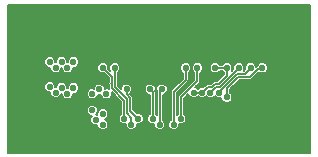
<source format=gbl>
G04 #@! TF.FileFunction,Copper,L4,Bot,Signal*
%FSLAX46Y46*%
G04 Gerber Fmt 4.6, Leading zero omitted, Abs format (unit mm)*
G04 Created by KiCad (PCBNEW 0.201502211246+5439~21~ubuntu14.04.1-product) date lör 21 feb 2015 23:28:31*
%MOMM*%
G01*
G04 APERTURE LIST*
%ADD10C,0.100000*%
%ADD11C,0.558800*%
%ADD12C,0.127000*%
G04 APERTURE END LIST*
D10*
D11*
X134000000Y-46100000D03*
X133700000Y-51400000D03*
X133100000Y-50900000D03*
X143300000Y-51000000D03*
X137900000Y-51000000D03*
X136100000Y-51400000D03*
X140300000Y-51000000D03*
X139700000Y-51400000D03*
X133400000Y-53400000D03*
X131500000Y-53300000D03*
X127500000Y-46600000D03*
X130500000Y-46600000D03*
X131000000Y-46100000D03*
X131500000Y-46600000D03*
X147000000Y-46600000D03*
X146500000Y-46100000D03*
X142500000Y-46100000D03*
X141500000Y-46100000D03*
X140000000Y-46100000D03*
X138500000Y-46600000D03*
X137000000Y-46600000D03*
X135500000Y-46600000D03*
X132200000Y-48400000D03*
X132800000Y-48800000D03*
X131600000Y-48800000D03*
X131900000Y-51000000D03*
X128000000Y-46100000D03*
X128500000Y-46600000D03*
X129000000Y-46100000D03*
X129500000Y-46600000D03*
X130000000Y-46100000D03*
X130000000Y-48300000D03*
X129500000Y-48800000D03*
X129000000Y-48300000D03*
X128500000Y-48700000D03*
X128000000Y-48200000D03*
X132500000Y-50500000D03*
X131600000Y-50200000D03*
X132500000Y-51400000D03*
X133500000Y-46600000D03*
X134900000Y-51400000D03*
X134500000Y-48400000D03*
X135500000Y-50900000D03*
X136500000Y-48400000D03*
X136700000Y-50900000D03*
X137500000Y-48400000D03*
X137300000Y-51400000D03*
X138500000Y-51400000D03*
X139500000Y-46600000D03*
X140500000Y-46600000D03*
X139100000Y-50900000D03*
X140200000Y-48700000D03*
X140900000Y-48700000D03*
X143000000Y-46600000D03*
X142000000Y-46600000D03*
X141600000Y-48700000D03*
X144000000Y-46600000D03*
X145000000Y-46600000D03*
X142300000Y-48700000D03*
X143000000Y-49100000D03*
X146000000Y-46600000D03*
X132500000Y-46600000D03*
X134300000Y-50900000D03*
D12*
X131600000Y-53400000D02*
X133400000Y-53400000D01*
X131500000Y-53300000D02*
X131600000Y-53400000D01*
X137000000Y-46600000D02*
X137000000Y-46500000D01*
X133500000Y-46600000D02*
X133500000Y-48200000D01*
X134900000Y-51400000D02*
X134900000Y-50800000D01*
X134900000Y-50800000D02*
X134554002Y-50454002D01*
X134554002Y-49254002D02*
X134300000Y-49000000D01*
X134554002Y-50454002D02*
X134554002Y-49254002D01*
X133500000Y-48200000D02*
X134300000Y-49000000D01*
X134900000Y-51400000D02*
X134900000Y-50800000D01*
X134500000Y-48800000D02*
X134500000Y-48840786D01*
X134500000Y-48400000D02*
X134500000Y-48800000D01*
X134808004Y-50208004D02*
X135500000Y-50900000D01*
X134808004Y-49148790D02*
X134808004Y-50208004D01*
X134500000Y-48840786D02*
X134808004Y-49148790D01*
X136700000Y-48600000D02*
X136500000Y-48400000D01*
X136700000Y-50900000D02*
X136700000Y-48600000D01*
X137300000Y-51400000D02*
X137300000Y-48600000D01*
X137300000Y-48600000D02*
X137500000Y-48400000D01*
X138500000Y-51400000D02*
X138500000Y-48600000D01*
X138500000Y-48600000D02*
X139500000Y-47600000D01*
X139500000Y-47600000D02*
X139500000Y-46600000D01*
X140500000Y-47700000D02*
X140500000Y-46600000D01*
X140500000Y-47700000D02*
X140500000Y-46600000D01*
X139100000Y-49100000D02*
X140500000Y-47700000D01*
X139100000Y-50900000D02*
X139100000Y-49100000D01*
X141400000Y-48200000D02*
X140900000Y-48700000D01*
X143000000Y-46600000D02*
X143000000Y-47240786D01*
X143000000Y-47240786D02*
X142294788Y-47945998D01*
X142294788Y-47945998D02*
X141994788Y-47945998D01*
X141994788Y-47945998D02*
X141740786Y-48200000D01*
X141740786Y-48200000D02*
X141400000Y-48200000D01*
X140200000Y-48700000D02*
X140900000Y-48700000D01*
X142000000Y-46600000D02*
X143000000Y-46600000D01*
X141600000Y-48700000D02*
X142100000Y-48200000D01*
X142100000Y-48200000D02*
X142400000Y-48200000D01*
X142400000Y-48200000D02*
X144000000Y-46600000D01*
X142300000Y-48700000D02*
X142300000Y-48659214D01*
X142300000Y-48659214D02*
X143859214Y-47100000D01*
X143859214Y-47100000D02*
X144500000Y-47100000D01*
X144500000Y-47100000D02*
X145000000Y-46600000D01*
X143000000Y-49100000D02*
X143000000Y-48318428D01*
X143000000Y-48318428D02*
X143964426Y-47354002D01*
X143964426Y-47354002D02*
X144945998Y-47354002D01*
X144945998Y-47354002D02*
X145700000Y-46600000D01*
X145700000Y-46600000D02*
X146000000Y-46600000D01*
X133200000Y-47900000D02*
X133245998Y-47900000D01*
X133245998Y-47854002D02*
X133200000Y-47900000D01*
X133245998Y-47345998D02*
X133245998Y-47854002D01*
X132500000Y-46600000D02*
X133245998Y-47345998D01*
X133245998Y-47900000D02*
X133245998Y-48305212D01*
X134300000Y-49359214D02*
X134300000Y-50900000D01*
X133245998Y-48305212D02*
X134300000Y-49359214D01*
G36*
X150009500Y-53759500D02*
X146469982Y-53759500D01*
X146469982Y-46506941D01*
X146398594Y-46334171D01*
X146266525Y-46201870D01*
X146093879Y-46130182D01*
X145906941Y-46130018D01*
X145734171Y-46201406D01*
X145601870Y-46333475D01*
X145583204Y-46378426D01*
X145520395Y-46420395D01*
X145459417Y-46481372D01*
X145398594Y-46334171D01*
X145266525Y-46201870D01*
X145093879Y-46130182D01*
X144906941Y-46130018D01*
X144734171Y-46201406D01*
X144601870Y-46333475D01*
X144530182Y-46506121D01*
X144530018Y-46693059D01*
X144535197Y-46705592D01*
X144415075Y-46825714D01*
X144469818Y-46693879D01*
X144469982Y-46506941D01*
X144398594Y-46334171D01*
X144266525Y-46201870D01*
X144093879Y-46130182D01*
X143906941Y-46130018D01*
X143734171Y-46201406D01*
X143601870Y-46333475D01*
X143530182Y-46506121D01*
X143530018Y-46693059D01*
X143535197Y-46705592D01*
X143415075Y-46825714D01*
X143469818Y-46693879D01*
X143469982Y-46506941D01*
X143398594Y-46334171D01*
X143266525Y-46201870D01*
X143093879Y-46130182D01*
X142906941Y-46130018D01*
X142734171Y-46201406D01*
X142601870Y-46333475D01*
X142596669Y-46346000D01*
X142403481Y-46346000D01*
X142398594Y-46334171D01*
X142266525Y-46201870D01*
X142093879Y-46130182D01*
X141906941Y-46130018D01*
X141734171Y-46201406D01*
X141601870Y-46333475D01*
X141530182Y-46506121D01*
X141530018Y-46693059D01*
X141601406Y-46865829D01*
X141733475Y-46998130D01*
X141906121Y-47069818D01*
X142093059Y-47069982D01*
X142265829Y-46998594D01*
X142398130Y-46866525D01*
X142403330Y-46854000D01*
X142596518Y-46854000D01*
X142601406Y-46865829D01*
X142733475Y-46998130D01*
X142746000Y-47003330D01*
X142746000Y-47135576D01*
X142189578Y-47691998D01*
X141994788Y-47691998D01*
X141897586Y-47711333D01*
X141815183Y-47766393D01*
X141635576Y-47946000D01*
X141400000Y-47946000D01*
X141302799Y-47965334D01*
X141220395Y-48020395D01*
X141005699Y-48235090D01*
X140993879Y-48230182D01*
X140806941Y-48230018D01*
X140634171Y-48301406D01*
X140549968Y-48385460D01*
X140466525Y-48301870D01*
X140318715Y-48240494D01*
X140679605Y-47879605D01*
X140734665Y-47797202D01*
X140734665Y-47797201D01*
X140754000Y-47700000D01*
X140754000Y-47003481D01*
X140765829Y-46998594D01*
X140898130Y-46866525D01*
X140969818Y-46693879D01*
X140969982Y-46506941D01*
X140898594Y-46334171D01*
X140766525Y-46201870D01*
X140593879Y-46130182D01*
X140406941Y-46130018D01*
X140234171Y-46201406D01*
X140101870Y-46333475D01*
X140030182Y-46506121D01*
X140030018Y-46693059D01*
X140101406Y-46865829D01*
X140233475Y-46998130D01*
X140246000Y-47003330D01*
X140246000Y-47594790D01*
X138920395Y-48920395D01*
X138865335Y-49002798D01*
X138846000Y-49100000D01*
X138846000Y-50496518D01*
X138834171Y-50501406D01*
X138754000Y-50581436D01*
X138754000Y-48705210D01*
X139679605Y-47779605D01*
X139734665Y-47697202D01*
X139734666Y-47697201D01*
X139754000Y-47600000D01*
X139754000Y-47003481D01*
X139765829Y-46998594D01*
X139898130Y-46866525D01*
X139969818Y-46693879D01*
X139969982Y-46506941D01*
X139898594Y-46334171D01*
X139766525Y-46201870D01*
X139593879Y-46130182D01*
X139406941Y-46130018D01*
X139234171Y-46201406D01*
X139101870Y-46333475D01*
X139030182Y-46506121D01*
X139030018Y-46693059D01*
X139101406Y-46865829D01*
X139233475Y-46998130D01*
X139246000Y-47003330D01*
X139246000Y-47494790D01*
X138320395Y-48420395D01*
X138265335Y-48502798D01*
X138246000Y-48600000D01*
X138246000Y-50996518D01*
X138234171Y-51001406D01*
X138101870Y-51133475D01*
X138030182Y-51306121D01*
X138030018Y-51493059D01*
X138101406Y-51665829D01*
X138233475Y-51798130D01*
X138406121Y-51869818D01*
X138593059Y-51869982D01*
X138765829Y-51798594D01*
X138898130Y-51666525D01*
X138969818Y-51493879D01*
X138969940Y-51354794D01*
X139006121Y-51369818D01*
X139193059Y-51369982D01*
X139365829Y-51298594D01*
X139498130Y-51166525D01*
X139569818Y-50993879D01*
X139569982Y-50806941D01*
X139498594Y-50634171D01*
X139366525Y-50501870D01*
X139354000Y-50496669D01*
X139354000Y-49205210D01*
X139740582Y-48818627D01*
X139801406Y-48965829D01*
X139933475Y-49098130D01*
X140106121Y-49169818D01*
X140293059Y-49169982D01*
X140465829Y-49098594D01*
X140550031Y-49014539D01*
X140633475Y-49098130D01*
X140806121Y-49169818D01*
X140993059Y-49169982D01*
X141165829Y-49098594D01*
X141250031Y-49014539D01*
X141333475Y-49098130D01*
X141506121Y-49169818D01*
X141693059Y-49169982D01*
X141865829Y-49098594D01*
X141950031Y-49014539D01*
X142033475Y-49098130D01*
X142206121Y-49169818D01*
X142393059Y-49169982D01*
X142530087Y-49113362D01*
X142530018Y-49193059D01*
X142601406Y-49365829D01*
X142733475Y-49498130D01*
X142906121Y-49569818D01*
X143093059Y-49569982D01*
X143265829Y-49498594D01*
X143398130Y-49366525D01*
X143469818Y-49193879D01*
X143469982Y-49006941D01*
X143398594Y-48834171D01*
X143266525Y-48701870D01*
X143254000Y-48696669D01*
X143254000Y-48423638D01*
X144069636Y-47608002D01*
X144945998Y-47608002D01*
X145043199Y-47588667D01*
X145043200Y-47588667D01*
X145125603Y-47533607D01*
X145697309Y-46961900D01*
X145733475Y-46998130D01*
X145906121Y-47069818D01*
X146093059Y-47069982D01*
X146265829Y-46998594D01*
X146398130Y-46866525D01*
X146469818Y-46693879D01*
X146469982Y-46506941D01*
X146469982Y-53759500D01*
X137969982Y-53759500D01*
X137969982Y-48306941D01*
X137898594Y-48134171D01*
X137766525Y-48001870D01*
X137593879Y-47930182D01*
X137406941Y-47930018D01*
X137234171Y-48001406D01*
X137101870Y-48133475D01*
X137030182Y-48306121D01*
X137030018Y-48493059D01*
X137055165Y-48553920D01*
X137046000Y-48600000D01*
X137046000Y-50581484D01*
X136966525Y-50501870D01*
X136954000Y-50496669D01*
X136954000Y-48600000D01*
X136944851Y-48554006D01*
X136944851Y-48554005D01*
X136969818Y-48493879D01*
X136969982Y-48306941D01*
X136898594Y-48134171D01*
X136766525Y-48001870D01*
X136593879Y-47930182D01*
X136406941Y-47930018D01*
X136234171Y-48001406D01*
X136101870Y-48133475D01*
X136030182Y-48306121D01*
X136030018Y-48493059D01*
X136101406Y-48665829D01*
X136233475Y-48798130D01*
X136406121Y-48869818D01*
X136446000Y-48869852D01*
X136446000Y-50496518D01*
X136434171Y-50501406D01*
X136301870Y-50633475D01*
X136230182Y-50806121D01*
X136230018Y-50993059D01*
X136301406Y-51165829D01*
X136433475Y-51298130D01*
X136606121Y-51369818D01*
X136793059Y-51369982D01*
X136830139Y-51354660D01*
X136830018Y-51493059D01*
X136901406Y-51665829D01*
X137033475Y-51798130D01*
X137206121Y-51869818D01*
X137393059Y-51869982D01*
X137565829Y-51798594D01*
X137698130Y-51666525D01*
X137769818Y-51493879D01*
X137769982Y-51306941D01*
X137698594Y-51134171D01*
X137566525Y-51001870D01*
X137554000Y-50996669D01*
X137554000Y-48869947D01*
X137593059Y-48869982D01*
X137765829Y-48798594D01*
X137898130Y-48666525D01*
X137969818Y-48493879D01*
X137969982Y-48306941D01*
X137969982Y-53759500D01*
X135969982Y-53759500D01*
X135969982Y-50806941D01*
X135898594Y-50634171D01*
X135766525Y-50501870D01*
X135593879Y-50430182D01*
X135406941Y-50430018D01*
X135394407Y-50435197D01*
X135062004Y-50102794D01*
X135062004Y-49148790D01*
X135042669Y-49051589D01*
X135042669Y-49051588D01*
X134987609Y-48969185D01*
X134791445Y-48773021D01*
X134898130Y-48666525D01*
X134969818Y-48493879D01*
X134969982Y-48306941D01*
X134898594Y-48134171D01*
X134766525Y-48001870D01*
X134593879Y-47930182D01*
X134406941Y-47930018D01*
X134234171Y-48001406D01*
X134101870Y-48133475D01*
X134030182Y-48306121D01*
X134030125Y-48370915D01*
X133754000Y-48094790D01*
X133754000Y-47003481D01*
X133765829Y-46998594D01*
X133898130Y-46866525D01*
X133969818Y-46693879D01*
X133969982Y-46506941D01*
X133898594Y-46334171D01*
X133766525Y-46201870D01*
X133593879Y-46130182D01*
X133406941Y-46130018D01*
X133234171Y-46201406D01*
X133101870Y-46333475D01*
X133030182Y-46506121D01*
X133030018Y-46693059D01*
X133084764Y-46825554D01*
X132964909Y-46705699D01*
X132969818Y-46693879D01*
X132969982Y-46506941D01*
X132898594Y-46334171D01*
X132766525Y-46201870D01*
X132593879Y-46130182D01*
X132406941Y-46130018D01*
X132234171Y-46201406D01*
X132101870Y-46333475D01*
X132030182Y-46506121D01*
X132030018Y-46693059D01*
X132101406Y-46865829D01*
X132233475Y-46998130D01*
X132406121Y-47069818D01*
X132593059Y-47069982D01*
X132605592Y-47064802D01*
X132991998Y-47451208D01*
X132991998Y-47762894D01*
X132965335Y-47802798D01*
X132946000Y-47900000D01*
X132965335Y-47997202D01*
X132991998Y-48037105D01*
X132991998Y-48305212D01*
X133006245Y-48376840D01*
X132893879Y-48330182D01*
X132706941Y-48330018D01*
X132669948Y-48345303D01*
X132669982Y-48306941D01*
X132598594Y-48134171D01*
X132466525Y-48001870D01*
X132293879Y-47930182D01*
X132106941Y-47930018D01*
X131934171Y-48001406D01*
X131801870Y-48133475D01*
X131730182Y-48306121D01*
X131730147Y-48345241D01*
X131693879Y-48330182D01*
X131506941Y-48330018D01*
X131334171Y-48401406D01*
X131201870Y-48533475D01*
X131130182Y-48706121D01*
X131130018Y-48893059D01*
X131201406Y-49065829D01*
X131333475Y-49198130D01*
X131506121Y-49269818D01*
X131693059Y-49269982D01*
X131865829Y-49198594D01*
X131998130Y-49066525D01*
X132069818Y-48893879D01*
X132069852Y-48854758D01*
X132106121Y-48869818D01*
X132293059Y-48869982D01*
X132330051Y-48854696D01*
X132330018Y-48893059D01*
X132401406Y-49065829D01*
X132533475Y-49198130D01*
X132706121Y-49269818D01*
X132893059Y-49269982D01*
X133065829Y-49198594D01*
X133198130Y-49066525D01*
X133269818Y-48893879D01*
X133269982Y-48706941D01*
X133256930Y-48675354D01*
X134046000Y-49464424D01*
X134046000Y-50496518D01*
X134034171Y-50501406D01*
X133901870Y-50633475D01*
X133830182Y-50806121D01*
X133830018Y-50993059D01*
X133901406Y-51165829D01*
X134033475Y-51298130D01*
X134206121Y-51369818D01*
X134393059Y-51369982D01*
X134430139Y-51354660D01*
X134430018Y-51493059D01*
X134501406Y-51665829D01*
X134633475Y-51798130D01*
X134806121Y-51869818D01*
X134993059Y-51869982D01*
X135165829Y-51798594D01*
X135298130Y-51666525D01*
X135369818Y-51493879D01*
X135369940Y-51354794D01*
X135406121Y-51369818D01*
X135593059Y-51369982D01*
X135765829Y-51298594D01*
X135898130Y-51166525D01*
X135969818Y-50993879D01*
X135969982Y-50806941D01*
X135969982Y-53759500D01*
X132969982Y-53759500D01*
X132969982Y-51306941D01*
X132898594Y-51134171D01*
X132766525Y-51001870D01*
X132641512Y-50949961D01*
X132765829Y-50898594D01*
X132898130Y-50766525D01*
X132969818Y-50593879D01*
X132969982Y-50406941D01*
X132898594Y-50234171D01*
X132766525Y-50101870D01*
X132593879Y-50030182D01*
X132406941Y-50030018D01*
X132234171Y-50101406D01*
X132101870Y-50233475D01*
X132030182Y-50406121D01*
X132030059Y-50545205D01*
X131993879Y-50530182D01*
X131934413Y-50530129D01*
X131998130Y-50466525D01*
X132069818Y-50293879D01*
X132069982Y-50106941D01*
X131998594Y-49934171D01*
X131866525Y-49801870D01*
X131693879Y-49730182D01*
X131506941Y-49730018D01*
X131334171Y-49801406D01*
X131201870Y-49933475D01*
X131130182Y-50106121D01*
X131130018Y-50293059D01*
X131201406Y-50465829D01*
X131333475Y-50598130D01*
X131506121Y-50669818D01*
X131565586Y-50669870D01*
X131501870Y-50733475D01*
X131430182Y-50906121D01*
X131430018Y-51093059D01*
X131501406Y-51265829D01*
X131633475Y-51398130D01*
X131806121Y-51469818D01*
X131993059Y-51469982D01*
X132030051Y-51454696D01*
X132030018Y-51493059D01*
X132101406Y-51665829D01*
X132233475Y-51798130D01*
X132406121Y-51869818D01*
X132593059Y-51869982D01*
X132765829Y-51798594D01*
X132898130Y-51666525D01*
X132969818Y-51493879D01*
X132969982Y-51306941D01*
X132969982Y-53759500D01*
X130469982Y-53759500D01*
X130469982Y-48206941D01*
X130469982Y-46006941D01*
X130398594Y-45834171D01*
X130266525Y-45701870D01*
X130093879Y-45630182D01*
X129906941Y-45630018D01*
X129734171Y-45701406D01*
X129601870Y-45833475D01*
X129530182Y-46006121D01*
X129530073Y-46130126D01*
X129469873Y-46130073D01*
X129469982Y-46006941D01*
X129398594Y-45834171D01*
X129266525Y-45701870D01*
X129093879Y-45630182D01*
X128906941Y-45630018D01*
X128734171Y-45701406D01*
X128601870Y-45833475D01*
X128530182Y-46006121D01*
X128530073Y-46130126D01*
X128469873Y-46130073D01*
X128469982Y-46006941D01*
X128398594Y-45834171D01*
X128266525Y-45701870D01*
X128093879Y-45630182D01*
X127906941Y-45630018D01*
X127734171Y-45701406D01*
X127601870Y-45833475D01*
X127530182Y-46006121D01*
X127530018Y-46193059D01*
X127601406Y-46365829D01*
X127733475Y-46498130D01*
X127906121Y-46569818D01*
X128030126Y-46569926D01*
X128030018Y-46693059D01*
X128101406Y-46865829D01*
X128233475Y-46998130D01*
X128406121Y-47069818D01*
X128593059Y-47069982D01*
X128765829Y-46998594D01*
X128898130Y-46866525D01*
X128969818Y-46693879D01*
X128969926Y-46569873D01*
X129030126Y-46569926D01*
X129030018Y-46693059D01*
X129101406Y-46865829D01*
X129233475Y-46998130D01*
X129406121Y-47069818D01*
X129593059Y-47069982D01*
X129765829Y-46998594D01*
X129898130Y-46866525D01*
X129969818Y-46693879D01*
X129969926Y-46569873D01*
X130093059Y-46569982D01*
X130265829Y-46498594D01*
X130398130Y-46366525D01*
X130469818Y-46193879D01*
X130469982Y-46006941D01*
X130469982Y-48206941D01*
X130398594Y-48034171D01*
X130266525Y-47901870D01*
X130093879Y-47830182D01*
X129906941Y-47830018D01*
X129734171Y-47901406D01*
X129601870Y-48033475D01*
X129530182Y-48206121D01*
X129530073Y-48330126D01*
X129469873Y-48330073D01*
X129469982Y-48206941D01*
X129398594Y-48034171D01*
X129266525Y-47901870D01*
X129093879Y-47830182D01*
X128906941Y-47830018D01*
X128734171Y-47901406D01*
X128601870Y-48033475D01*
X128530182Y-48206121D01*
X128530160Y-48230126D01*
X128469873Y-48230073D01*
X128469982Y-48106941D01*
X128398594Y-47934171D01*
X128266525Y-47801870D01*
X128093879Y-47730182D01*
X127906941Y-47730018D01*
X127734171Y-47801406D01*
X127601870Y-47933475D01*
X127530182Y-48106121D01*
X127530018Y-48293059D01*
X127601406Y-48465829D01*
X127733475Y-48598130D01*
X127906121Y-48669818D01*
X128030126Y-48669926D01*
X128030018Y-48793059D01*
X128101406Y-48965829D01*
X128233475Y-49098130D01*
X128406121Y-49169818D01*
X128593059Y-49169982D01*
X128765829Y-49098594D01*
X128898130Y-48966525D01*
X128969818Y-48793879D01*
X128969839Y-48769873D01*
X129030126Y-48769926D01*
X129030018Y-48893059D01*
X129101406Y-49065829D01*
X129233475Y-49198130D01*
X129406121Y-49269818D01*
X129593059Y-49269982D01*
X129765829Y-49198594D01*
X129898130Y-49066525D01*
X129969818Y-48893879D01*
X129969926Y-48769873D01*
X130093059Y-48769982D01*
X130265829Y-48698594D01*
X130398130Y-48566525D01*
X130469818Y-48393879D01*
X130469982Y-48206941D01*
X130469982Y-53759500D01*
X124490500Y-53759500D01*
X124490500Y-41240500D01*
X150009500Y-41240500D01*
X150009500Y-53759500D01*
X150009500Y-53759500D01*
G37*
X150009500Y-53759500D02*
X146469982Y-53759500D01*
X146469982Y-46506941D01*
X146398594Y-46334171D01*
X146266525Y-46201870D01*
X146093879Y-46130182D01*
X145906941Y-46130018D01*
X145734171Y-46201406D01*
X145601870Y-46333475D01*
X145583204Y-46378426D01*
X145520395Y-46420395D01*
X145459417Y-46481372D01*
X145398594Y-46334171D01*
X145266525Y-46201870D01*
X145093879Y-46130182D01*
X144906941Y-46130018D01*
X144734171Y-46201406D01*
X144601870Y-46333475D01*
X144530182Y-46506121D01*
X144530018Y-46693059D01*
X144535197Y-46705592D01*
X144415075Y-46825714D01*
X144469818Y-46693879D01*
X144469982Y-46506941D01*
X144398594Y-46334171D01*
X144266525Y-46201870D01*
X144093879Y-46130182D01*
X143906941Y-46130018D01*
X143734171Y-46201406D01*
X143601870Y-46333475D01*
X143530182Y-46506121D01*
X143530018Y-46693059D01*
X143535197Y-46705592D01*
X143415075Y-46825714D01*
X143469818Y-46693879D01*
X143469982Y-46506941D01*
X143398594Y-46334171D01*
X143266525Y-46201870D01*
X143093879Y-46130182D01*
X142906941Y-46130018D01*
X142734171Y-46201406D01*
X142601870Y-46333475D01*
X142596669Y-46346000D01*
X142403481Y-46346000D01*
X142398594Y-46334171D01*
X142266525Y-46201870D01*
X142093879Y-46130182D01*
X141906941Y-46130018D01*
X141734171Y-46201406D01*
X141601870Y-46333475D01*
X141530182Y-46506121D01*
X141530018Y-46693059D01*
X141601406Y-46865829D01*
X141733475Y-46998130D01*
X141906121Y-47069818D01*
X142093059Y-47069982D01*
X142265829Y-46998594D01*
X142398130Y-46866525D01*
X142403330Y-46854000D01*
X142596518Y-46854000D01*
X142601406Y-46865829D01*
X142733475Y-46998130D01*
X142746000Y-47003330D01*
X142746000Y-47135576D01*
X142189578Y-47691998D01*
X141994788Y-47691998D01*
X141897586Y-47711333D01*
X141815183Y-47766393D01*
X141635576Y-47946000D01*
X141400000Y-47946000D01*
X141302799Y-47965334D01*
X141220395Y-48020395D01*
X141005699Y-48235090D01*
X140993879Y-48230182D01*
X140806941Y-48230018D01*
X140634171Y-48301406D01*
X140549968Y-48385460D01*
X140466525Y-48301870D01*
X140318715Y-48240494D01*
X140679605Y-47879605D01*
X140734665Y-47797202D01*
X140734665Y-47797201D01*
X140754000Y-47700000D01*
X140754000Y-47003481D01*
X140765829Y-46998594D01*
X140898130Y-46866525D01*
X140969818Y-46693879D01*
X140969982Y-46506941D01*
X140898594Y-46334171D01*
X140766525Y-46201870D01*
X140593879Y-46130182D01*
X140406941Y-46130018D01*
X140234171Y-46201406D01*
X140101870Y-46333475D01*
X140030182Y-46506121D01*
X140030018Y-46693059D01*
X140101406Y-46865829D01*
X140233475Y-46998130D01*
X140246000Y-47003330D01*
X140246000Y-47594790D01*
X138920395Y-48920395D01*
X138865335Y-49002798D01*
X138846000Y-49100000D01*
X138846000Y-50496518D01*
X138834171Y-50501406D01*
X138754000Y-50581436D01*
X138754000Y-48705210D01*
X139679605Y-47779605D01*
X139734665Y-47697202D01*
X139734666Y-47697201D01*
X139754000Y-47600000D01*
X139754000Y-47003481D01*
X139765829Y-46998594D01*
X139898130Y-46866525D01*
X139969818Y-46693879D01*
X139969982Y-46506941D01*
X139898594Y-46334171D01*
X139766525Y-46201870D01*
X139593879Y-46130182D01*
X139406941Y-46130018D01*
X139234171Y-46201406D01*
X139101870Y-46333475D01*
X139030182Y-46506121D01*
X139030018Y-46693059D01*
X139101406Y-46865829D01*
X139233475Y-46998130D01*
X139246000Y-47003330D01*
X139246000Y-47494790D01*
X138320395Y-48420395D01*
X138265335Y-48502798D01*
X138246000Y-48600000D01*
X138246000Y-50996518D01*
X138234171Y-51001406D01*
X138101870Y-51133475D01*
X138030182Y-51306121D01*
X138030018Y-51493059D01*
X138101406Y-51665829D01*
X138233475Y-51798130D01*
X138406121Y-51869818D01*
X138593059Y-51869982D01*
X138765829Y-51798594D01*
X138898130Y-51666525D01*
X138969818Y-51493879D01*
X138969940Y-51354794D01*
X139006121Y-51369818D01*
X139193059Y-51369982D01*
X139365829Y-51298594D01*
X139498130Y-51166525D01*
X139569818Y-50993879D01*
X139569982Y-50806941D01*
X139498594Y-50634171D01*
X139366525Y-50501870D01*
X139354000Y-50496669D01*
X139354000Y-49205210D01*
X139740582Y-48818627D01*
X139801406Y-48965829D01*
X139933475Y-49098130D01*
X140106121Y-49169818D01*
X140293059Y-49169982D01*
X140465829Y-49098594D01*
X140550031Y-49014539D01*
X140633475Y-49098130D01*
X140806121Y-49169818D01*
X140993059Y-49169982D01*
X141165829Y-49098594D01*
X141250031Y-49014539D01*
X141333475Y-49098130D01*
X141506121Y-49169818D01*
X141693059Y-49169982D01*
X141865829Y-49098594D01*
X141950031Y-49014539D01*
X142033475Y-49098130D01*
X142206121Y-49169818D01*
X142393059Y-49169982D01*
X142530087Y-49113362D01*
X142530018Y-49193059D01*
X142601406Y-49365829D01*
X142733475Y-49498130D01*
X142906121Y-49569818D01*
X143093059Y-49569982D01*
X143265829Y-49498594D01*
X143398130Y-49366525D01*
X143469818Y-49193879D01*
X143469982Y-49006941D01*
X143398594Y-48834171D01*
X143266525Y-48701870D01*
X143254000Y-48696669D01*
X143254000Y-48423638D01*
X144069636Y-47608002D01*
X144945998Y-47608002D01*
X145043199Y-47588667D01*
X145043200Y-47588667D01*
X145125603Y-47533607D01*
X145697309Y-46961900D01*
X145733475Y-46998130D01*
X145906121Y-47069818D01*
X146093059Y-47069982D01*
X146265829Y-46998594D01*
X146398130Y-46866525D01*
X146469818Y-46693879D01*
X146469982Y-46506941D01*
X146469982Y-53759500D01*
X137969982Y-53759500D01*
X137969982Y-48306941D01*
X137898594Y-48134171D01*
X137766525Y-48001870D01*
X137593879Y-47930182D01*
X137406941Y-47930018D01*
X137234171Y-48001406D01*
X137101870Y-48133475D01*
X137030182Y-48306121D01*
X137030018Y-48493059D01*
X137055165Y-48553920D01*
X137046000Y-48600000D01*
X137046000Y-50581484D01*
X136966525Y-50501870D01*
X136954000Y-50496669D01*
X136954000Y-48600000D01*
X136944851Y-48554006D01*
X136944851Y-48554005D01*
X136969818Y-48493879D01*
X136969982Y-48306941D01*
X136898594Y-48134171D01*
X136766525Y-48001870D01*
X136593879Y-47930182D01*
X136406941Y-47930018D01*
X136234171Y-48001406D01*
X136101870Y-48133475D01*
X136030182Y-48306121D01*
X136030018Y-48493059D01*
X136101406Y-48665829D01*
X136233475Y-48798130D01*
X136406121Y-48869818D01*
X136446000Y-48869852D01*
X136446000Y-50496518D01*
X136434171Y-50501406D01*
X136301870Y-50633475D01*
X136230182Y-50806121D01*
X136230018Y-50993059D01*
X136301406Y-51165829D01*
X136433475Y-51298130D01*
X136606121Y-51369818D01*
X136793059Y-51369982D01*
X136830139Y-51354660D01*
X136830018Y-51493059D01*
X136901406Y-51665829D01*
X137033475Y-51798130D01*
X137206121Y-51869818D01*
X137393059Y-51869982D01*
X137565829Y-51798594D01*
X137698130Y-51666525D01*
X137769818Y-51493879D01*
X137769982Y-51306941D01*
X137698594Y-51134171D01*
X137566525Y-51001870D01*
X137554000Y-50996669D01*
X137554000Y-48869947D01*
X137593059Y-48869982D01*
X137765829Y-48798594D01*
X137898130Y-48666525D01*
X137969818Y-48493879D01*
X137969982Y-48306941D01*
X137969982Y-53759500D01*
X135969982Y-53759500D01*
X135969982Y-50806941D01*
X135898594Y-50634171D01*
X135766525Y-50501870D01*
X135593879Y-50430182D01*
X135406941Y-50430018D01*
X135394407Y-50435197D01*
X135062004Y-50102794D01*
X135062004Y-49148790D01*
X135042669Y-49051589D01*
X135042669Y-49051588D01*
X134987609Y-48969185D01*
X134791445Y-48773021D01*
X134898130Y-48666525D01*
X134969818Y-48493879D01*
X134969982Y-48306941D01*
X134898594Y-48134171D01*
X134766525Y-48001870D01*
X134593879Y-47930182D01*
X134406941Y-47930018D01*
X134234171Y-48001406D01*
X134101870Y-48133475D01*
X134030182Y-48306121D01*
X134030125Y-48370915D01*
X133754000Y-48094790D01*
X133754000Y-47003481D01*
X133765829Y-46998594D01*
X133898130Y-46866525D01*
X133969818Y-46693879D01*
X133969982Y-46506941D01*
X133898594Y-46334171D01*
X133766525Y-46201870D01*
X133593879Y-46130182D01*
X133406941Y-46130018D01*
X133234171Y-46201406D01*
X133101870Y-46333475D01*
X133030182Y-46506121D01*
X133030018Y-46693059D01*
X133084764Y-46825554D01*
X132964909Y-46705699D01*
X132969818Y-46693879D01*
X132969982Y-46506941D01*
X132898594Y-46334171D01*
X132766525Y-46201870D01*
X132593879Y-46130182D01*
X132406941Y-46130018D01*
X132234171Y-46201406D01*
X132101870Y-46333475D01*
X132030182Y-46506121D01*
X132030018Y-46693059D01*
X132101406Y-46865829D01*
X132233475Y-46998130D01*
X132406121Y-47069818D01*
X132593059Y-47069982D01*
X132605592Y-47064802D01*
X132991998Y-47451208D01*
X132991998Y-47762894D01*
X132965335Y-47802798D01*
X132946000Y-47900000D01*
X132965335Y-47997202D01*
X132991998Y-48037105D01*
X132991998Y-48305212D01*
X133006245Y-48376840D01*
X132893879Y-48330182D01*
X132706941Y-48330018D01*
X132669948Y-48345303D01*
X132669982Y-48306941D01*
X132598594Y-48134171D01*
X132466525Y-48001870D01*
X132293879Y-47930182D01*
X132106941Y-47930018D01*
X131934171Y-48001406D01*
X131801870Y-48133475D01*
X131730182Y-48306121D01*
X131730147Y-48345241D01*
X131693879Y-48330182D01*
X131506941Y-48330018D01*
X131334171Y-48401406D01*
X131201870Y-48533475D01*
X131130182Y-48706121D01*
X131130018Y-48893059D01*
X131201406Y-49065829D01*
X131333475Y-49198130D01*
X131506121Y-49269818D01*
X131693059Y-49269982D01*
X131865829Y-49198594D01*
X131998130Y-49066525D01*
X132069818Y-48893879D01*
X132069852Y-48854758D01*
X132106121Y-48869818D01*
X132293059Y-48869982D01*
X132330051Y-48854696D01*
X132330018Y-48893059D01*
X132401406Y-49065829D01*
X132533475Y-49198130D01*
X132706121Y-49269818D01*
X132893059Y-49269982D01*
X133065829Y-49198594D01*
X133198130Y-49066525D01*
X133269818Y-48893879D01*
X133269982Y-48706941D01*
X133256930Y-48675354D01*
X134046000Y-49464424D01*
X134046000Y-50496518D01*
X134034171Y-50501406D01*
X133901870Y-50633475D01*
X133830182Y-50806121D01*
X133830018Y-50993059D01*
X133901406Y-51165829D01*
X134033475Y-51298130D01*
X134206121Y-51369818D01*
X134393059Y-51369982D01*
X134430139Y-51354660D01*
X134430018Y-51493059D01*
X134501406Y-51665829D01*
X134633475Y-51798130D01*
X134806121Y-51869818D01*
X134993059Y-51869982D01*
X135165829Y-51798594D01*
X135298130Y-51666525D01*
X135369818Y-51493879D01*
X135369940Y-51354794D01*
X135406121Y-51369818D01*
X135593059Y-51369982D01*
X135765829Y-51298594D01*
X135898130Y-51166525D01*
X135969818Y-50993879D01*
X135969982Y-50806941D01*
X135969982Y-53759500D01*
X132969982Y-53759500D01*
X132969982Y-51306941D01*
X132898594Y-51134171D01*
X132766525Y-51001870D01*
X132641512Y-50949961D01*
X132765829Y-50898594D01*
X132898130Y-50766525D01*
X132969818Y-50593879D01*
X132969982Y-50406941D01*
X132898594Y-50234171D01*
X132766525Y-50101870D01*
X132593879Y-50030182D01*
X132406941Y-50030018D01*
X132234171Y-50101406D01*
X132101870Y-50233475D01*
X132030182Y-50406121D01*
X132030059Y-50545205D01*
X131993879Y-50530182D01*
X131934413Y-50530129D01*
X131998130Y-50466525D01*
X132069818Y-50293879D01*
X132069982Y-50106941D01*
X131998594Y-49934171D01*
X131866525Y-49801870D01*
X131693879Y-49730182D01*
X131506941Y-49730018D01*
X131334171Y-49801406D01*
X131201870Y-49933475D01*
X131130182Y-50106121D01*
X131130018Y-50293059D01*
X131201406Y-50465829D01*
X131333475Y-50598130D01*
X131506121Y-50669818D01*
X131565586Y-50669870D01*
X131501870Y-50733475D01*
X131430182Y-50906121D01*
X131430018Y-51093059D01*
X131501406Y-51265829D01*
X131633475Y-51398130D01*
X131806121Y-51469818D01*
X131993059Y-51469982D01*
X132030051Y-51454696D01*
X132030018Y-51493059D01*
X132101406Y-51665829D01*
X132233475Y-51798130D01*
X132406121Y-51869818D01*
X132593059Y-51869982D01*
X132765829Y-51798594D01*
X132898130Y-51666525D01*
X132969818Y-51493879D01*
X132969982Y-51306941D01*
X132969982Y-53759500D01*
X130469982Y-53759500D01*
X130469982Y-48206941D01*
X130469982Y-46006941D01*
X130398594Y-45834171D01*
X130266525Y-45701870D01*
X130093879Y-45630182D01*
X129906941Y-45630018D01*
X129734171Y-45701406D01*
X129601870Y-45833475D01*
X129530182Y-46006121D01*
X129530073Y-46130126D01*
X129469873Y-46130073D01*
X129469982Y-46006941D01*
X129398594Y-45834171D01*
X129266525Y-45701870D01*
X129093879Y-45630182D01*
X128906941Y-45630018D01*
X128734171Y-45701406D01*
X128601870Y-45833475D01*
X128530182Y-46006121D01*
X128530073Y-46130126D01*
X128469873Y-46130073D01*
X128469982Y-46006941D01*
X128398594Y-45834171D01*
X128266525Y-45701870D01*
X128093879Y-45630182D01*
X127906941Y-45630018D01*
X127734171Y-45701406D01*
X127601870Y-45833475D01*
X127530182Y-46006121D01*
X127530018Y-46193059D01*
X127601406Y-46365829D01*
X127733475Y-46498130D01*
X127906121Y-46569818D01*
X128030126Y-46569926D01*
X128030018Y-46693059D01*
X128101406Y-46865829D01*
X128233475Y-46998130D01*
X128406121Y-47069818D01*
X128593059Y-47069982D01*
X128765829Y-46998594D01*
X128898130Y-46866525D01*
X128969818Y-46693879D01*
X128969926Y-46569873D01*
X129030126Y-46569926D01*
X129030018Y-46693059D01*
X129101406Y-46865829D01*
X129233475Y-46998130D01*
X129406121Y-47069818D01*
X129593059Y-47069982D01*
X129765829Y-46998594D01*
X129898130Y-46866525D01*
X129969818Y-46693879D01*
X129969926Y-46569873D01*
X130093059Y-46569982D01*
X130265829Y-46498594D01*
X130398130Y-46366525D01*
X130469818Y-46193879D01*
X130469982Y-46006941D01*
X130469982Y-48206941D01*
X130398594Y-48034171D01*
X130266525Y-47901870D01*
X130093879Y-47830182D01*
X129906941Y-47830018D01*
X129734171Y-47901406D01*
X129601870Y-48033475D01*
X129530182Y-48206121D01*
X129530073Y-48330126D01*
X129469873Y-48330073D01*
X129469982Y-48206941D01*
X129398594Y-48034171D01*
X129266525Y-47901870D01*
X129093879Y-47830182D01*
X128906941Y-47830018D01*
X128734171Y-47901406D01*
X128601870Y-48033475D01*
X128530182Y-48206121D01*
X128530160Y-48230126D01*
X128469873Y-48230073D01*
X128469982Y-48106941D01*
X128398594Y-47934171D01*
X128266525Y-47801870D01*
X128093879Y-47730182D01*
X127906941Y-47730018D01*
X127734171Y-47801406D01*
X127601870Y-47933475D01*
X127530182Y-48106121D01*
X127530018Y-48293059D01*
X127601406Y-48465829D01*
X127733475Y-48598130D01*
X127906121Y-48669818D01*
X128030126Y-48669926D01*
X128030018Y-48793059D01*
X128101406Y-48965829D01*
X128233475Y-49098130D01*
X128406121Y-49169818D01*
X128593059Y-49169982D01*
X128765829Y-49098594D01*
X128898130Y-48966525D01*
X128969818Y-48793879D01*
X128969839Y-48769873D01*
X129030126Y-48769926D01*
X129030018Y-48893059D01*
X129101406Y-49065829D01*
X129233475Y-49198130D01*
X129406121Y-49269818D01*
X129593059Y-49269982D01*
X129765829Y-49198594D01*
X129898130Y-49066525D01*
X129969818Y-48893879D01*
X129969926Y-48769873D01*
X130093059Y-48769982D01*
X130265829Y-48698594D01*
X130398130Y-48566525D01*
X130469818Y-48393879D01*
X130469982Y-48206941D01*
X130469982Y-53759500D01*
X124490500Y-53759500D01*
X124490500Y-41240500D01*
X150009500Y-41240500D01*
X150009500Y-53759500D01*
M02*

</source>
